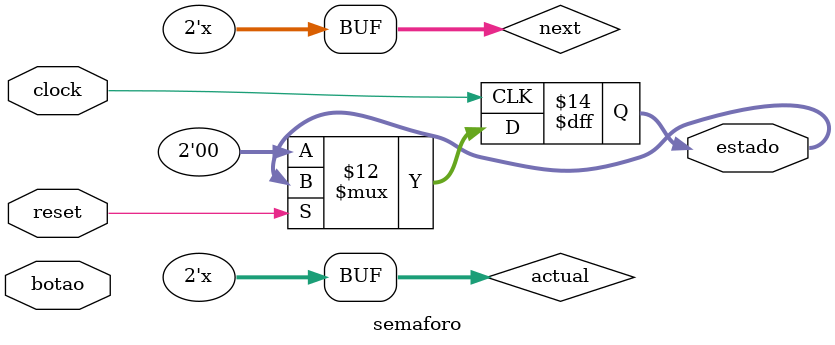
<source format=v>
module semaforo(
	input clock, 
	input reset,
	input botao,
	output reg [1:0]estado //pra que exatamente serve esse output?
	);

reg [14:0]count;
reg flag;
reg [1:0]next, actual;
/*
obs.: na solucao da monitoria utilizaram '<=' para
atribuiçao, quando no slide diz que esse operador eh pra
comparacao. afinal, pra que ele serve?
*/
parameter preVerde = 0;
parameter verde = 1;
parameter preAmarelo = 2;
parameter amarelo = 3;
parameter preVermelho = 4;
parameter vermelho = 5;
parameter bot = 6;

parameter dez_mil = 14'd10000;
parameter quin = 14'd500;
//initial eh executado no inicio apenas uma vez
//define os parametros iniciais do programa
initial begin
	actual = preVerde;
	count = dez_mil;
	flag = 1'b1;
	next = verde;
end

//sequencial
//envolve as operaçoes que serao necessarias
//ao longo do tempo (sao como funçoes)
always @(posedge clock or posedge reset) begin
	if (reset) begin
		actual = preVerde;
	end
	else begin
		actual = verde;
		case(actual)
			verde: begin
				$display ("Sinal verde");
				estado = 2'b00;
				count = count-1;
			end
			bot: begin
				$display ("botao pressionado!");
				count = count << 1;
				flag = 0;
			end
			preAmarelo: begin
				$display ("INDO PARA AMARELO");
				count = quin;
			end 
			amarelo: begin
				$display ("Sinal amarelo");
				count = count-1;
				estado = 2'b01;
			end
			preVermelho: begin
				$display ("Indo para vermelho");
				count = dez_mil;
			end
			vermelho: begin
				$display ("Sinal vermelho");
				count = count-1;
				estado = 2'b10;
			end
			preVerde: begin
				$display ("Indo para verde!");
				count = dez_mil;
				flag = 1;
			end
		endcase
	end
end

//combinacional para todo tempo verificar algo
//aqui vem o programa em si (main)
always @(*) begin
	//duvida: nao deveria ter algum caso de reset aqui? pq?
	case(actual)
		verde: begin
			if(botao && flag) next = bot;
			else if(count == 0) next = preAmarelo;
			else next = verde;
		end
		bot: begin
			next = verde;
		end
		preAmarelo: begin
			next = amarelo;
		end
		amarelo: begin
			if(count == 0) next = preVermelho;
			else next = amarelo;
		end
		preAmarelo: begin
			next = vermelho;
		end
		vermelho: begin
			if(count == 0) next = preVerde;
			else next = vermelho;
		end
	endcase
	actual = next; //essa atribuicao nao tava na solucao
	//altero o estado atual para o proximo nela. faz sentido?
end


endmodule

//duvida final: qual a melhor forma de testar esse programa
//sem usar quartus? (programei pelo sublime e tenho o iverilog instalado)
//como debugar? como simular? (o que tu recomenda?)
</source>
